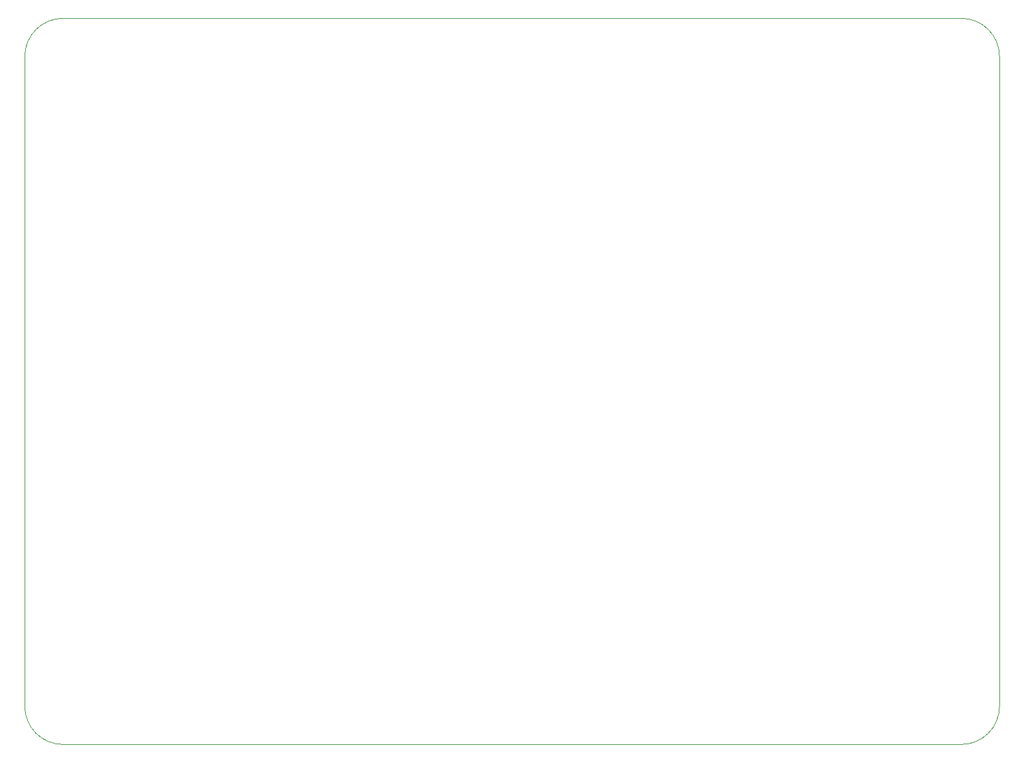
<source format=gbr>
G04 #@! TF.GenerationSoftware,KiCad,Pcbnew,5.1.5-52549c5~86~ubuntu18.04.1*
G04 #@! TF.CreationDate,2020-04-24T23:17:52-07:00*
G04 #@! TF.ProjectId,RPi_Hat,5250695f-4861-4742-9e6b-696361645f70,rev?*
G04 #@! TF.SameCoordinates,Original*
G04 #@! TF.FileFunction,Profile,NP*
%FSLAX46Y46*%
G04 Gerber Fmt 4.6, Leading zero omitted, Abs format (unit mm)*
G04 Created by KiCad (PCBNEW 5.1.5-52549c5~86~ubuntu18.04.1) date 2020-04-24 23:17:52*
%MOMM*%
%LPD*%
G04 APERTURE LIST*
%ADD10C,0.100000*%
G04 APERTURE END LIST*
D10*
X47500000Y-45000000D02*
G75*
G02X52500000Y-40000000I5000000J0D01*
G01*
X52500000Y-135000000D02*
G75*
G02X47500000Y-130000000I0J5000000D01*
G01*
X175000000Y-130000000D02*
G75*
G02X170000000Y-135000000I-5000000J0D01*
G01*
X170000000Y-40000000D02*
G75*
G02X175000000Y-45000000I0J-5000000D01*
G01*
X175000000Y-45000000D02*
X175000000Y-130000000D01*
X52500000Y-40000000D02*
X170000000Y-40000000D01*
X47500000Y-130000000D02*
X47500000Y-45000000D01*
X170000000Y-135000000D02*
X52500000Y-135000000D01*
M02*

</source>
